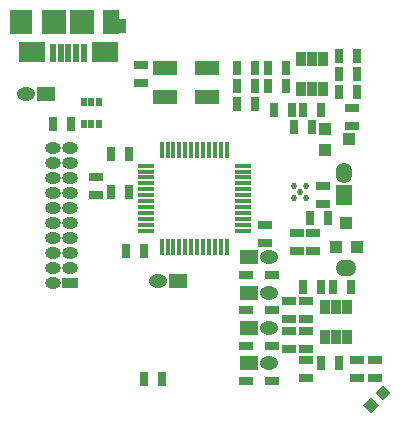
<source format=gbs>
G04 (created by PCBNEW (2013-07-07 BZR 4022)-stable) date 07/06/2014 15:45:15*
%MOIN*%
G04 Gerber Fmt 3.4, Leading zero omitted, Abs format*
%FSLAX34Y34*%
G01*
G70*
G90*
G04 APERTURE LIST*
%ADD10C,0.00590551*%
%ADD11R,0.0765X0.0804*%
%ADD12R,0.0765X0.0489*%
%ADD13R,0.0804X0.0804*%
%ADD14R,0.0883X0.0686*%
%ADD15R,0.0213X0.0607*%
%ADD16R,0.0528X0.0804*%
%ADD17R,0.0332X0.045*%
%ADD18R,0.0506X0.0306*%
%ADD19R,0.0416X0.0416*%
%ADD20O,0.0686X0.0528*%
%ADD21R,0.0607X0.045*%
%ADD22O,0.0607X0.045*%
%ADD23O,0.0528X0.0371*%
%ADD24R,0.0528X0.0371*%
%ADD25R,0.0174X0.0568*%
%ADD26R,0.0568X0.0174*%
%ADD27R,0.045X0.0292*%
%ADD28R,0.0306X0.0506*%
%ADD29R,0.0804X0.0489*%
%ADD30C,0.0206*%
%ADD31R,0.0213X0.0256*%
%ADD32R,0.0528X0.0686*%
%ADD33O,0.0528X0.0686*%
G04 APERTURE END LIST*
G54D10*
G54D11*
X9980Y6477D03*
G54D12*
X13110Y6320D03*
G54D13*
X11083Y6477D03*
X12027Y6477D03*
G54D14*
X12775Y5473D03*
X10335Y5473D03*
G54D15*
X11555Y5414D03*
X11811Y5414D03*
X12067Y5414D03*
X11299Y5414D03*
X11043Y5414D03*
G54D16*
X12992Y6477D03*
G54D17*
X20097Y-4044D03*
X20472Y-4044D03*
X20847Y-4044D03*
X20847Y-3044D03*
X20472Y-3044D03*
X20097Y-3044D03*
X20058Y5225D03*
X19683Y5225D03*
X19308Y5225D03*
X19308Y4225D03*
X19683Y4225D03*
X20058Y4225D03*
G54D18*
X21772Y-5418D03*
X21772Y-4818D03*
G54D19*
X20112Y2909D03*
X20112Y2209D03*
X20912Y2559D03*
X20477Y-1030D03*
X21177Y-1030D03*
X20827Y-230D03*
G54D20*
X20827Y-1732D03*
G54D21*
X10802Y4056D03*
G54D22*
X10144Y4056D03*
G54D18*
X21024Y3607D03*
X21024Y3007D03*
G54D21*
X17584Y-2559D03*
G54D22*
X18242Y-2559D03*
G54D21*
X15211Y-2165D03*
G54D22*
X14553Y-2165D03*
G54D21*
X17584Y-4921D03*
G54D22*
X18242Y-4921D03*
G54D21*
X17584Y-1378D03*
G54D22*
X18242Y-1378D03*
G54D21*
X17584Y-3740D03*
G54D22*
X18242Y-3740D03*
G54D23*
X11628Y2250D03*
X11628Y1750D03*
X11050Y2250D03*
X11050Y1750D03*
G54D24*
X11628Y-2250D03*
G54D23*
X11050Y-2250D03*
X11050Y-1750D03*
X11050Y-1250D03*
X11050Y-750D03*
X11050Y-250D03*
X11050Y250D03*
X11050Y750D03*
X11050Y1250D03*
X11628Y-1750D03*
X11628Y-1250D03*
X11628Y-750D03*
X11628Y-250D03*
X11628Y250D03*
X11628Y750D03*
X11628Y1250D03*
G54D25*
X15256Y2205D03*
X15453Y2205D03*
X15650Y2205D03*
X15846Y2205D03*
X16043Y2205D03*
X14665Y2205D03*
X14862Y2205D03*
X15059Y2205D03*
G54D26*
X17362Y1674D03*
X17362Y1477D03*
X17362Y1280D03*
X17362Y1083D03*
X17362Y886D03*
X17362Y689D03*
X17362Y493D03*
X17362Y296D03*
G54D25*
X16831Y-1023D03*
X16634Y-1023D03*
X16437Y-1023D03*
X16240Y-1023D03*
X16043Y-1023D03*
X15846Y-1023D03*
X15650Y-1023D03*
X15453Y-1023D03*
G54D26*
X14134Y-492D03*
X14134Y-295D03*
X14134Y-98D03*
X14134Y99D03*
X14134Y296D03*
X14134Y493D03*
X14134Y689D03*
X14134Y886D03*
G54D25*
X16240Y2205D03*
X16437Y2205D03*
X16634Y2205D03*
X16831Y2205D03*
G54D26*
X17362Y99D03*
X17362Y-98D03*
X17362Y-295D03*
X17362Y-492D03*
G54D25*
X15256Y-1023D03*
X15059Y-1023D03*
X14862Y-1023D03*
X14665Y-1023D03*
G54D26*
X14134Y1083D03*
X14134Y1280D03*
X14134Y1477D03*
X14134Y1674D03*
G54D27*
X17480Y-5512D03*
X18346Y-5512D03*
X17480Y-4331D03*
X18346Y-4331D03*
X17480Y-3150D03*
X18346Y-3150D03*
X17480Y-1969D03*
X18346Y-1969D03*
G54D18*
X19724Y-1166D03*
X19724Y-566D03*
G54D28*
X20221Y-78D03*
X19621Y-78D03*
X19385Y-2363D03*
X19985Y-2363D03*
X13568Y787D03*
X12968Y787D03*
G54D18*
X18897Y-4435D03*
X18897Y-3835D03*
X19488Y-3450D03*
X19488Y-2850D03*
X18898Y-2850D03*
X18898Y-3450D03*
X19488Y-3835D03*
X19488Y-4435D03*
G54D28*
X20566Y4134D03*
X21166Y4134D03*
X19670Y2953D03*
X19070Y2953D03*
X18204Y4921D03*
X18804Y4921D03*
X18401Y3543D03*
X19001Y3543D03*
X14670Y-5433D03*
X14070Y-5433D03*
X17180Y4330D03*
X17780Y4330D03*
X17180Y3739D03*
X17780Y3739D03*
X13568Y2047D03*
X12968Y2047D03*
X14079Y-1181D03*
X13479Y-1181D03*
G54D18*
X18110Y-891D03*
X18110Y-291D03*
G54D28*
X17180Y4920D03*
X17780Y4920D03*
G54D18*
X13976Y5024D03*
X13976Y4424D03*
X12480Y684D03*
X12480Y1284D03*
X19173Y-566D03*
X19173Y-1166D03*
X21193Y-4818D03*
X21193Y-5418D03*
X20039Y410D03*
X20039Y1010D03*
G54D28*
X20969Y-2363D03*
X20369Y-2363D03*
G54D18*
X19488Y-4819D03*
X19488Y-5419D03*
G54D28*
X11039Y3071D03*
X11639Y3071D03*
X19976Y-4921D03*
X20576Y-4921D03*
X18804Y4331D03*
X18204Y4331D03*
X19983Y3544D03*
X19383Y3544D03*
X20566Y5315D03*
X21166Y5315D03*
X21166Y4725D03*
X20566Y4725D03*
G54D29*
X14763Y3957D03*
X16181Y3957D03*
X14763Y4941D03*
X16181Y4941D03*
G54D30*
X19291Y787D03*
X19094Y590D03*
X19488Y590D03*
X19094Y984D03*
X19488Y984D03*
G54D31*
X12579Y3051D03*
X12067Y3051D03*
X12323Y3799D03*
X12323Y3051D03*
X12067Y3799D03*
X12579Y3799D03*
G54D10*
G36*
X22058Y-5631D02*
X22320Y-5893D01*
X22058Y-6155D01*
X21796Y-5893D01*
X22058Y-5631D01*
X22058Y-5631D01*
G37*
G36*
X21641Y-6048D02*
X21903Y-6310D01*
X21641Y-6572D01*
X21379Y-6310D01*
X21641Y-6048D01*
X21641Y-6048D01*
G37*
G54D32*
X20748Y690D03*
G54D33*
X20748Y1438D03*
M02*

</source>
